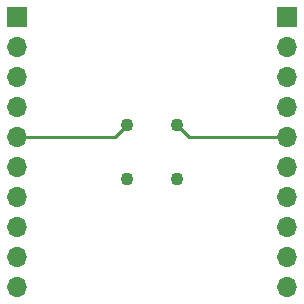
<source format=gbr>
%TF.GenerationSoftware,KiCad,Pcbnew,7.0.5-0*%
%TF.CreationDate,2023-08-22T15:56:51-04:00*%
%TF.ProjectId,SiPM chip carrier,5369504d-2063-4686-9970-206361727269,rev?*%
%TF.SameCoordinates,Original*%
%TF.FileFunction,Copper,L1,Top*%
%TF.FilePolarity,Positive*%
%FSLAX46Y46*%
G04 Gerber Fmt 4.6, Leading zero omitted, Abs format (unit mm)*
G04 Created by KiCad (PCBNEW 7.0.5-0) date 2023-08-22 15:56:51*
%MOMM*%
%LPD*%
G01*
G04 APERTURE LIST*
%TA.AperFunction,SMDPad,CuDef*%
%ADD10C,1.100000*%
%TD*%
%TA.AperFunction,ComponentPad*%
%ADD11R,1.700000X1.700000*%
%TD*%
%TA.AperFunction,ComponentPad*%
%ADD12O,1.700000X1.700000*%
%TD*%
%TA.AperFunction,Conductor*%
%ADD13C,0.250000*%
%TD*%
G04 APERTURE END LIST*
D10*
%TO.P,D1,1*%
%TO.N,N/C*%
X52138000Y-52338000D03*
%TO.P,D1,2,A*%
%TO.N,Net-(D1-A)*%
X52138000Y-47738000D03*
%TO.P,D1,3,K*%
%TO.N,Net-(D1-K)*%
X47938000Y-47738000D03*
%TO.P,D1,4*%
%TO.N,N/C*%
X47938000Y-52338000D03*
%TD*%
D11*
%TO.P,J2,1,Pin_1*%
%TO.N,unconnected-(J2-Pin_1-Pad1)*%
X61468000Y-38608000D03*
D12*
%TO.P,J2,2,Pin_2*%
%TO.N,unconnected-(J2-Pin_2-Pad2)*%
X61468000Y-41148000D03*
%TO.P,J2,3,Pin_3*%
%TO.N,unconnected-(J2-Pin_3-Pad3)*%
X61468000Y-43688000D03*
%TO.P,J2,4,Pin_4*%
%TO.N,unconnected-(J2-Pin_4-Pad4)*%
X61468000Y-46228000D03*
%TO.P,J2,5,Pin_5*%
%TO.N,Net-(D1-A)*%
X61468000Y-48768000D03*
%TO.P,J2,6,Pin_6*%
%TO.N,unconnected-(J2-Pin_6-Pad6)*%
X61468000Y-51308000D03*
%TO.P,J2,7,Pin_7*%
%TO.N,unconnected-(J2-Pin_7-Pad7)*%
X61468000Y-53848000D03*
%TO.P,J2,8,Pin_8*%
%TO.N,unconnected-(J2-Pin_8-Pad8)*%
X61468000Y-56388000D03*
%TO.P,J2,9,Pin_9*%
%TO.N,unconnected-(J2-Pin_9-Pad9)*%
X61468000Y-58928000D03*
%TO.P,J2,10,Pin_10*%
%TO.N,unconnected-(J2-Pin_10-Pad10)*%
X61468000Y-61468000D03*
%TD*%
D11*
%TO.P,J1,1,Pin_1*%
%TO.N,unconnected-(J1-Pin_1-Pad1)*%
X38608000Y-38608000D03*
D12*
%TO.P,J1,2,Pin_2*%
%TO.N,unconnected-(J1-Pin_2-Pad2)*%
X38608000Y-41148000D03*
%TO.P,J1,3,Pin_3*%
%TO.N,unconnected-(J1-Pin_3-Pad3)*%
X38608000Y-43688000D03*
%TO.P,J1,4,Pin_4*%
%TO.N,unconnected-(J1-Pin_4-Pad4)*%
X38608000Y-46228000D03*
%TO.P,J1,5,Pin_5*%
%TO.N,Net-(D1-K)*%
X38608000Y-48768000D03*
%TO.P,J1,6,Pin_6*%
%TO.N,unconnected-(J1-Pin_6-Pad6)*%
X38608000Y-51308000D03*
%TO.P,J1,7,Pin_7*%
%TO.N,unconnected-(J1-Pin_7-Pad7)*%
X38608000Y-53848000D03*
%TO.P,J1,8,Pin_8*%
%TO.N,unconnected-(J1-Pin_8-Pad8)*%
X38608000Y-56388000D03*
%TO.P,J1,9,Pin_9*%
%TO.N,unconnected-(J1-Pin_9-Pad9)*%
X38608000Y-58928000D03*
%TO.P,J1,10,Pin_10*%
%TO.N,unconnected-(J1-Pin_10-Pad10)*%
X38608000Y-61468000D03*
%TD*%
D13*
%TO.N,Net-(D1-A)*%
X61468000Y-48768000D02*
X53168000Y-48768000D01*
X53168000Y-48768000D02*
X52138000Y-47738000D01*
%TO.N,Net-(D1-K)*%
X38608000Y-48768000D02*
X46908000Y-48768000D01*
X46908000Y-48768000D02*
X47938000Y-47738000D01*
%TD*%
M02*

</source>
